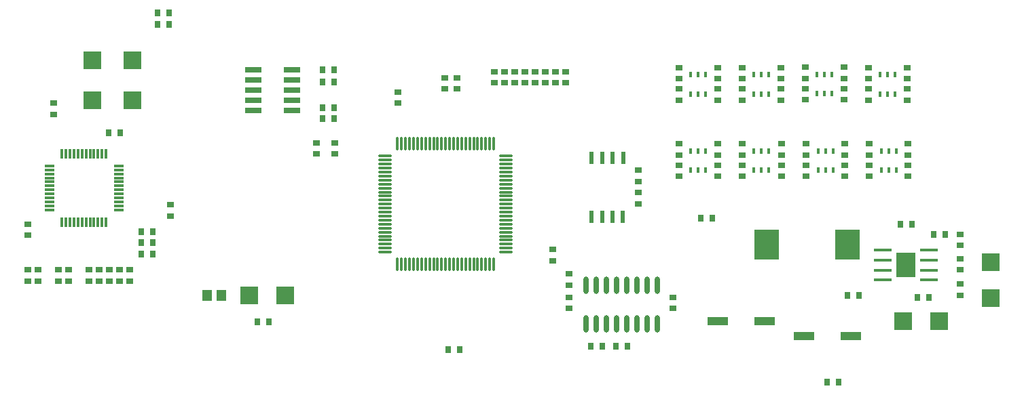
<source format=gtp>
%FSAX43Y43*%
%MOMM*%
G71*
G01*
G75*
G04 Layer_Color=8421504*
%ADD10R,0.800X0.900*%
%ADD11R,0.900X0.800*%
%ADD12R,0.300X1.200*%
%ADD13R,1.200X0.300*%
%ADD14O,0.300X1.800*%
%ADD15O,1.800X0.300*%
%ADD16R,0.508X1.500*%
%ADD17R,2.200X2.200*%
%ADD18R,2.300X2.300*%
%ADD19R,1.200X1.400*%
%ADD20R,3.048X3.683*%
%ADD21R,2.540X1.016*%
%ADD22O,0.600X2.200*%
%ADD23R,2.032X0.635*%
%ADD24R,0.350X0.800*%
%ADD25R,2.300X2.300*%
%ADD26R,2.200X0.450*%
%ADD27R,2.400X3.100*%
%ADD28C,0.254*%
%ADD29C,0.381*%
%ADD30C,0.635*%
%ADD31C,0.508*%
%ADD32C,0.330*%
%ADD33C,0.762*%
%ADD34R,9.779X2.159*%
%ADD35R,3.048X6.858*%
%ADD36R,0.762X0.635*%
%ADD37R,1.778X2.794*%
%ADD38R,1.397X1.778*%
%ADD39R,1.016X2.286*%
%ADD40R,1.778X2.819*%
%ADD41R,32.258X2.032*%
%ADD42R,0.889X2.286*%
%ADD43R,2.540X8.636*%
%ADD44R,7.620X4.191*%
%ADD45R,3.048X10.414*%
%ADD46R,6.350X3.048*%
%ADD47R,2.286X7.112*%
%ADD48R,3.302X3.048*%
%ADD49R,7.366X1.016*%
%ADD50R,3.429X4.445*%
%ADD51R,4.191X2.032*%
%ADD52R,2.159X11.049*%
%ADD53R,3.556X3.556*%
%ADD54R,2.286X2.286*%
%ADD55R,2.413X2.286*%
%ADD56R,1.270X1.270*%
%ADD57R,2.159X2.159*%
%ADD58C,0.508*%
%ADD59C,0.762*%
%ADD60C,4.000*%
%ADD61R,1.500X1.500*%
%ADD62C,1.500*%
%ADD63C,1.524*%
%ADD64C,1.778*%
%ADD65C,1.270*%
%ADD66C,2.032*%
%ADD67R,1.524X1.524*%
%ADD68C,3.556*%
%ADD69C,1.600*%
%ADD70C,1.690*%
%ADD71R,1.690X1.690*%
%ADD72C,4.760*%
%ADD73C,3.810*%
%ADD74C,3.000*%
%ADD75R,1.500X1.500*%
%ADD76C,1.016*%
%ADD77R,1.600X0.400*%
%ADD78R,2.794X2.540*%
%ADD79R,1.000X1.800*%
%ADD80R,1.000X1.300*%
%ADD81R,9.525X2.159*%
%ADD82R,3.683X3.937*%
%ADD83R,2.286X2.540*%
%ADD84R,2.286X2.159*%
%ADD85C,0.250*%
%ADD86C,0.127*%
%ADD87C,0.200*%
%ADD88C,0.600*%
%ADD89C,0.100*%
%ADD90C,0.150*%
D10*
X0053532Y0067056D02*
D03*
X0052132D02*
D03*
X0052132Y0068453D02*
D03*
X0053532D02*
D03*
X0052132Y0069850D02*
D03*
X0053532D02*
D03*
X0068010Y0058547D02*
D03*
X0066610D02*
D03*
X0148906Y0061595D02*
D03*
X0150306D02*
D03*
X0152338Y0069469D02*
D03*
X0150938D02*
D03*
X0146747Y0070739D02*
D03*
X0148147D02*
D03*
X0137603Y0051054D02*
D03*
X0139003D02*
D03*
X0140143Y0061849D02*
D03*
X0141543D02*
D03*
X0123255Y0071501D02*
D03*
X0121855D02*
D03*
X0108139Y0055499D02*
D03*
X0109539D02*
D03*
X0111314D02*
D03*
X0112714D02*
D03*
X0090359Y0055118D02*
D03*
X0091759D02*
D03*
X0076138Y0090043D02*
D03*
X0074738D02*
D03*
X0076138Y0088519D02*
D03*
X0074738D02*
D03*
X0076138Y0083947D02*
D03*
X0074738D02*
D03*
X0076138Y0085344D02*
D03*
X0074738D02*
D03*
X0048068Y0082169D02*
D03*
X0049468D02*
D03*
X0055564Y0097155D02*
D03*
X0054164D02*
D03*
X0055564Y0095758D02*
D03*
X0054164D02*
D03*
D11*
X0037973Y0069404D02*
D03*
Y0070804D02*
D03*
X0043053Y0065089D02*
D03*
Y0063689D02*
D03*
X0041783Y0065089D02*
D03*
Y0063689D02*
D03*
X0039243Y0063689D02*
D03*
Y0065089D02*
D03*
X0037973Y0063689D02*
D03*
Y0065089D02*
D03*
X0046863Y0065089D02*
D03*
Y0063689D02*
D03*
X0045593Y0065089D02*
D03*
Y0063689D02*
D03*
X0048133Y0065089D02*
D03*
Y0063689D02*
D03*
X0041148Y0085917D02*
D03*
Y0084517D02*
D03*
X0114046Y0074741D02*
D03*
Y0073341D02*
D03*
Y0077535D02*
D03*
Y0076135D02*
D03*
X0154178Y0063311D02*
D03*
Y0061911D02*
D03*
Y0066486D02*
D03*
Y0065086D02*
D03*
Y0069534D02*
D03*
Y0068134D02*
D03*
X0105410Y0061660D02*
D03*
Y0060260D02*
D03*
X0118364Y0060260D02*
D03*
Y0061660D02*
D03*
X0105410Y0064581D02*
D03*
Y0063181D02*
D03*
X0103378Y0067629D02*
D03*
Y0066229D02*
D03*
X0084074Y0087314D02*
D03*
Y0085914D02*
D03*
X0076200Y0080964D02*
D03*
Y0079564D02*
D03*
X0089916Y0087692D02*
D03*
Y0089092D02*
D03*
X0091440Y0087692D02*
D03*
Y0089092D02*
D03*
X0073914Y0079564D02*
D03*
Y0080964D02*
D03*
X0050673Y0063689D02*
D03*
Y0065089D02*
D03*
X0049403Y0065089D02*
D03*
Y0063689D02*
D03*
X0055753Y0073217D02*
D03*
Y0071817D02*
D03*
X0142748Y0086295D02*
D03*
Y0087695D02*
D03*
X0147574Y0086295D02*
D03*
Y0087695D02*
D03*
X0142748Y0088962D02*
D03*
Y0090362D02*
D03*
X0147574Y0088962D02*
D03*
Y0090362D02*
D03*
X0119126Y0076770D02*
D03*
Y0078170D02*
D03*
Y0079437D02*
D03*
Y0080837D02*
D03*
X0123952Y0079437D02*
D03*
Y0080837D02*
D03*
Y0076770D02*
D03*
Y0078170D02*
D03*
X0134874Y0086320D02*
D03*
Y0087720D02*
D03*
X0139700Y0086320D02*
D03*
Y0087720D02*
D03*
X0134874Y0088987D02*
D03*
Y0090387D02*
D03*
X0139700Y0088987D02*
D03*
Y0090387D02*
D03*
X0127000Y0076770D02*
D03*
Y0078170D02*
D03*
X0131953Y0076770D02*
D03*
Y0078170D02*
D03*
X0127000Y0079437D02*
D03*
Y0080837D02*
D03*
X0131953Y0079437D02*
D03*
Y0080837D02*
D03*
X0131826Y0086295D02*
D03*
Y0087695D02*
D03*
X0127000Y0088962D02*
D03*
Y0090362D02*
D03*
X0131826Y0088962D02*
D03*
Y0090362D02*
D03*
X0127000Y0086295D02*
D03*
Y0087695D02*
D03*
X0119126Y0086295D02*
D03*
Y0087695D02*
D03*
X0123952Y0088962D02*
D03*
Y0090362D02*
D03*
X0119126Y0088962D02*
D03*
Y0090362D02*
D03*
X0123952Y0086295D02*
D03*
Y0087695D02*
D03*
X0135001Y0076770D02*
D03*
Y0078170D02*
D03*
X0139827Y0076770D02*
D03*
Y0078170D02*
D03*
X0135001Y0079437D02*
D03*
Y0080837D02*
D03*
X0139827Y0079437D02*
D03*
Y0080837D02*
D03*
X0142875Y0079437D02*
D03*
Y0080837D02*
D03*
Y0076770D02*
D03*
Y0078170D02*
D03*
X0147701Y0076770D02*
D03*
Y0078170D02*
D03*
Y0079437D02*
D03*
Y0080837D02*
D03*
X0097409Y0088454D02*
D03*
Y0089854D02*
D03*
X0096139Y0088454D02*
D03*
Y0089854D02*
D03*
X0098679Y0088454D02*
D03*
Y0089854D02*
D03*
X0099949Y0088454D02*
D03*
Y0089854D02*
D03*
X0105029Y0088454D02*
D03*
Y0089854D02*
D03*
X0102489Y0088454D02*
D03*
Y0089854D02*
D03*
X0101219Y0088454D02*
D03*
Y0089854D02*
D03*
X0103759Y0088454D02*
D03*
Y0089854D02*
D03*
D12*
X0042208Y0079611D02*
D03*
X0042708D02*
D03*
X0043208D02*
D03*
X0043708D02*
D03*
X0044208Y0079611D02*
D03*
X0044708D02*
D03*
X0045208D02*
D03*
X0045708D02*
D03*
X0046208D02*
D03*
X0046708D02*
D03*
X0047208D02*
D03*
X0047708D02*
D03*
X0047708Y0071011D02*
D03*
X0047208D02*
D03*
X0046708D02*
D03*
X0046208D02*
D03*
X0045708Y0071011D02*
D03*
X0045208D02*
D03*
X0044708D02*
D03*
X0044208D02*
D03*
X0043708D02*
D03*
X0043208D02*
D03*
X0042708D02*
D03*
X0042208D02*
D03*
D13*
X0049258Y0078061D02*
D03*
Y0077561D02*
D03*
Y0077061D02*
D03*
Y0076561D02*
D03*
Y0076061D02*
D03*
Y0075561D02*
D03*
Y0075061D02*
D03*
Y0074561D02*
D03*
Y0074061D02*
D03*
Y0073561D02*
D03*
Y0073061D02*
D03*
Y0072561D02*
D03*
X0040658D02*
D03*
Y0073061D02*
D03*
Y0073561D02*
D03*
Y0074061D02*
D03*
Y0074561D02*
D03*
Y0075061D02*
D03*
Y0075561D02*
D03*
Y0076061D02*
D03*
Y0076561D02*
D03*
Y0077061D02*
D03*
Y0077561D02*
D03*
Y0078061D02*
D03*
D14*
X0084043Y0080829D02*
D03*
X0084543D02*
D03*
X0085043D02*
D03*
X0085543D02*
D03*
X0086043D02*
D03*
X0086543D02*
D03*
X0087043D02*
D03*
X0087543D02*
D03*
X0088043D02*
D03*
X0088543D02*
D03*
X0089043D02*
D03*
X0089543D02*
D03*
X0090043D02*
D03*
X0090543D02*
D03*
X0091043D02*
D03*
X0091543D02*
D03*
X0092043D02*
D03*
X0092543D02*
D03*
X0093043D02*
D03*
X0093543D02*
D03*
X0094043D02*
D03*
X0094543D02*
D03*
X0095043D02*
D03*
X0095543D02*
D03*
X0096043D02*
D03*
Y0065729D02*
D03*
X0095543D02*
D03*
X0095043D02*
D03*
X0094543D02*
D03*
X0094043D02*
D03*
X0093543D02*
D03*
X0093043D02*
D03*
X0092543D02*
D03*
X0092043D02*
D03*
X0091543D02*
D03*
X0091043D02*
D03*
X0090543D02*
D03*
X0090043D02*
D03*
X0089543D02*
D03*
X0089043D02*
D03*
X0088543D02*
D03*
X0088043D02*
D03*
X0087543D02*
D03*
X0087043D02*
D03*
X0086543D02*
D03*
X0086043D02*
D03*
X0085543D02*
D03*
X0085043D02*
D03*
X0084543D02*
D03*
X0084043D02*
D03*
D15*
X0097593Y0079279D02*
D03*
Y0078779D02*
D03*
Y0078279D02*
D03*
Y0077779D02*
D03*
Y0077279D02*
D03*
Y0076779D02*
D03*
Y0076279D02*
D03*
Y0075779D02*
D03*
Y0075279D02*
D03*
Y0074779D02*
D03*
Y0074279D02*
D03*
Y0073779D02*
D03*
Y0073279D02*
D03*
Y0072779D02*
D03*
Y0072279D02*
D03*
Y0071779D02*
D03*
Y0071279D02*
D03*
Y0070779D02*
D03*
Y0070279D02*
D03*
Y0069779D02*
D03*
Y0069279D02*
D03*
Y0068779D02*
D03*
Y0068279D02*
D03*
Y0067779D02*
D03*
Y0067279D02*
D03*
X0082493D02*
D03*
Y0067779D02*
D03*
Y0068279D02*
D03*
Y0068779D02*
D03*
Y0069279D02*
D03*
Y0069779D02*
D03*
Y0070279D02*
D03*
Y0070779D02*
D03*
Y0071279D02*
D03*
Y0071779D02*
D03*
Y0072279D02*
D03*
Y0072779D02*
D03*
Y0073279D02*
D03*
Y0073779D02*
D03*
Y0074279D02*
D03*
Y0074779D02*
D03*
Y0075279D02*
D03*
Y0075779D02*
D03*
Y0076279D02*
D03*
Y0076779D02*
D03*
Y0077279D02*
D03*
Y0077779D02*
D03*
Y0078279D02*
D03*
Y0078779D02*
D03*
Y0079279D02*
D03*
D16*
X0108261Y0079088D02*
D03*
X0109561D02*
D03*
X0110811D02*
D03*
X0112211D02*
D03*
X0112161Y0071738D02*
D03*
X0110861D02*
D03*
X0109561D02*
D03*
X0108261D02*
D03*
D17*
X0051014Y0086273D02*
D03*
Y0091273D02*
D03*
X0046014Y0086273D02*
D03*
Y0091273D02*
D03*
D18*
X0065568Y0061849D02*
D03*
X0070068D02*
D03*
X0151602Y0058674D02*
D03*
X0147102D02*
D03*
D19*
X0060314Y0061849D02*
D03*
X0062114D02*
D03*
D20*
X0130111Y0068199D02*
D03*
X0140145D02*
D03*
D21*
X0123952Y0058674D02*
D03*
X0129794D02*
D03*
X0134747Y0056769D02*
D03*
X0140589D02*
D03*
D22*
X0107569Y0058306D02*
D03*
X0108839D02*
D03*
X0110109D02*
D03*
X0111379D02*
D03*
X0112649D02*
D03*
X0113919D02*
D03*
X0115189D02*
D03*
X0116459D02*
D03*
X0107569Y0063106D02*
D03*
X0108839D02*
D03*
X0110109D02*
D03*
X0111379D02*
D03*
X0112649D02*
D03*
X0113919D02*
D03*
X0115189D02*
D03*
X0116459D02*
D03*
D23*
X0066040Y0090043D02*
D03*
Y0088773D02*
D03*
Y0087503D02*
D03*
Y0086233D02*
D03*
Y0084963D02*
D03*
X0070866D02*
D03*
Y0086233D02*
D03*
Y0087503D02*
D03*
Y0088773D02*
D03*
Y0090043D02*
D03*
D24*
X0146101Y0087046D02*
D03*
X0145161Y0089459D02*
D03*
X0146101D02*
D03*
X0145161Y0087046D02*
D03*
X0144221Y0089459D02*
D03*
Y0087046D02*
D03*
X0122479Y0077521D02*
D03*
X0121539Y0079934D02*
D03*
X0122479D02*
D03*
X0121539Y0077521D02*
D03*
X0120599Y0079934D02*
D03*
Y0077521D02*
D03*
X0138227Y0087071D02*
D03*
X0137287Y0089484D02*
D03*
X0138227D02*
D03*
X0137287Y0087071D02*
D03*
X0136347Y0089484D02*
D03*
Y0087071D02*
D03*
X0130353Y0077521D02*
D03*
X0129413Y0079934D02*
D03*
X0130353D02*
D03*
X0129413Y0077521D02*
D03*
X0128473Y0079934D02*
D03*
Y0077521D02*
D03*
X0130353Y0087046D02*
D03*
X0129413Y0089459D02*
D03*
X0130353D02*
D03*
X0129413Y0087046D02*
D03*
X0128473Y0089459D02*
D03*
Y0087046D02*
D03*
X0122479D02*
D03*
X0121539Y0089459D02*
D03*
X0122479D02*
D03*
X0121539Y0087046D02*
D03*
X0120599Y0089459D02*
D03*
Y0087046D02*
D03*
X0138354Y0077521D02*
D03*
X0137414Y0079934D02*
D03*
X0138354D02*
D03*
X0137414Y0077521D02*
D03*
X0136474Y0079934D02*
D03*
Y0077521D02*
D03*
X0146228D02*
D03*
X0145288Y0079934D02*
D03*
X0146228D02*
D03*
X0145288Y0077521D02*
D03*
X0144348Y0079934D02*
D03*
Y0077521D02*
D03*
D25*
X0157988Y0061504D02*
D03*
Y0066004D02*
D03*
D26*
X0150322Y0063784D02*
D03*
Y0066284D02*
D03*
Y0067534D02*
D03*
Y0065034D02*
D03*
X0144572D02*
D03*
Y0067534D02*
D03*
Y0066284D02*
D03*
Y0063784D02*
D03*
D27*
X0147447Y0065659D02*
D03*
M02*

</source>
